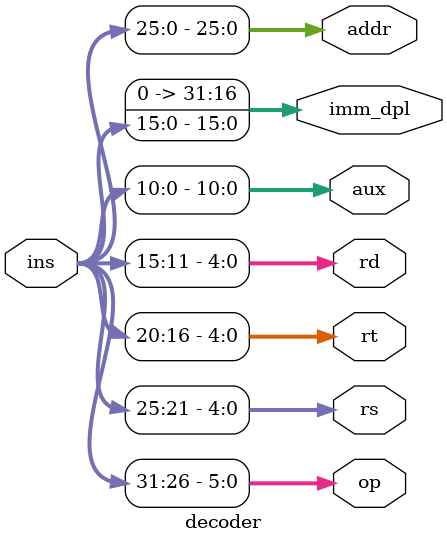
<source format=v>
module decoder(
    input [31:0] ins,
    output [5:0] op,
    output [4:0] rs,
    output [4:0] rt,
    output [4:0] rd,
    output [10:0] aux,
    output [31:0] imm_dpl,
    output [25:0] addr
    );

    assign op = ins[31:26];
    assign rs = ins[25:21];
    assign rt = ins[20:16];
    assign rd = ins[15:11];
    assign aux = ins[10:0];
    assign imm_dpl = ins[15:0];
    assign addr = ins[25:0];
endmodule

</source>
